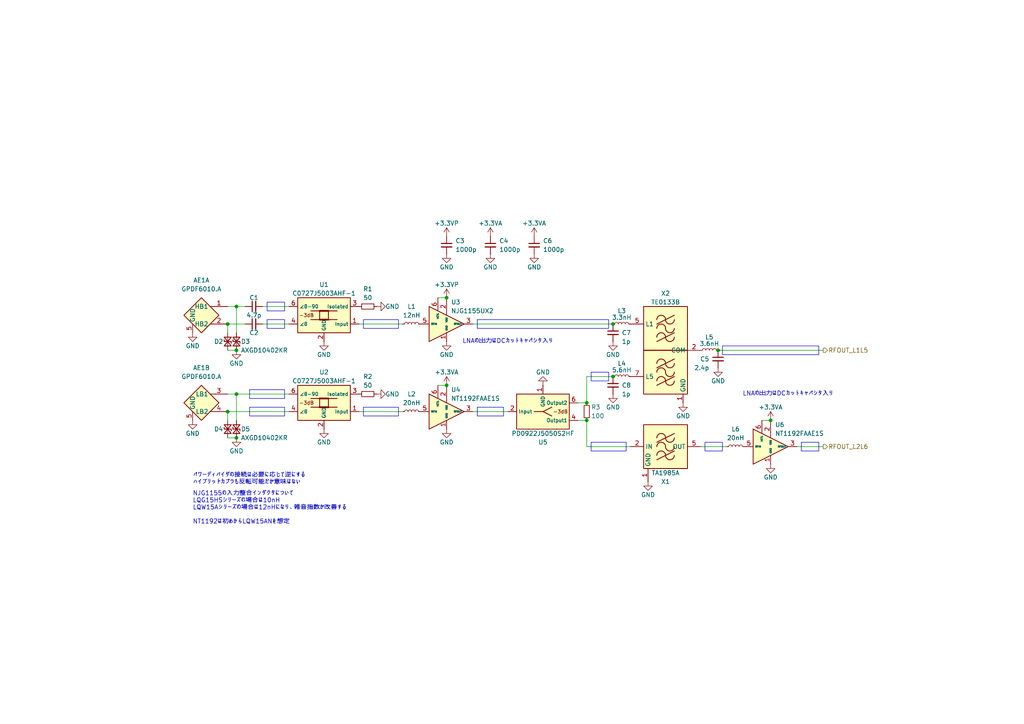
<source format=kicad_sch>
(kicad_sch (version 20231120) (generator "eeschema") (generator_version "8.0")
  (paper "A4")
  (lib_symbols
    (symbol "Device:C_Small" (pin_numbers hide) (pin_names (offset 0.254) hide)
      (property "Reference" "C" (at 0.254 1.778 0))
      (property "Value" "C_Small" (at 0.254 -2.032 0))
      (symbol "C_Small_0_1"
        (polyline (pts (xy -1.524 -0.508) (xy 1.524 -0.508)) (stroke (width 0.3302)))
        (polyline (pts (xy -1.524 0.508) (xy 1.524 0.508)) (stroke (width 0.3048)))
      )
      (symbol "C_Small_1_1"
        (pin passive line (at 0 2.54 270) (length 2.032) (name "~") (number "1"))
        (pin passive line (at 0 -2.54 90) (length 2.032) (name "~") (number "2"))
      )
    )
    (symbol "Device:D_TVS_Small" (pin_numbers hide) (pin_names (offset 1.016) hide)
      (property "Reference" "D" (at 0 2.54 0))
      (property "Value" "D_TVS_Small" (at 0 -2.54 0))
      (symbol "D_TVS_Small_0_1"
        (polyline (pts (xy -1.27 0) (xy 1.27 0)))
        (polyline (pts (xy 0.508 1.016) (xy 0 1.016) (xy 0 -1.016) (xy -0.508 -1.016)) (stroke (width 0.254)))
        (polyline (pts (xy -1.27 1.016) (xy -1.27 -1.016) (xy 1.27 1.016) (xy 1.27 -1.016) (xy -1.27 1.016)) (stroke (width 0.254)))
      )
      (symbol "D_TVS_Small_1_1"
        (pin passive line (at -2.54 0 0) (length 1.27) (name "A1") (number "1"))
        (pin passive line (at 2.54 0 180) (length 1.27) (name "A2") (number "2"))
      )
    )
    (symbol "Device:L_Small" (pin_numbers hide) (pin_names (offset 0.254) hide)
      (property "Reference" "L" (at 0.762 1.016 0))
      (property "Value" "L_Small" (at 0.762 -1.016 0))
      (symbol "L_Small_0_1"
        (arc (start 0 -2.032) (mid 0.5058 -1.524) (end 0 -1.016))
        (arc (start 0 -1.016) (mid 0.5058 -0.508) (end 0 0))
        (arc (start 0 0) (mid 0.5058 0.508) (end 0 1.016))
        (arc (start 0 1.016) (mid 0.5058 1.524) (end 0 2.032))
      )
      (symbol "L_Small_1_1"
        (pin passive line (at 0 2.54 270) (length 0.508) (name "~") (number "1"))
        (pin passive line (at 0 -2.54 90) (length 0.508) (name "~") (number "2"))
      )
    )
    (symbol "Device:R_Small" (pin_numbers hide) (pin_names (offset 0.254) hide)
      (property "Reference" "R" (at 0.762 0.508 0))
      (property "Value" "R_Small" (at 0.762 -1.016 0))
      (symbol "R_Small_0_1"
        (rectangle (start -0.762 1.778) (end 0.762 -1.778) (stroke (width 0.2032)))
      )
      (symbol "R_Small_1_1"
        (pin passive line (at 0 2.54 270) (length 0.762) (name "~") (number "1"))
        (pin passive line (at 0 -2.54 90) (length 0.762) (name "~") (number "2"))
      )
    )
    (symbol "Filter_extlib:TA1985A"
      (property "Reference" "X" (at -5.08 10.16 0))
      (property "Value" "TA1985A" (at -1.27 7.62 0))
      (symbol "TA1985A_1_1"
        (rectangle (start -6.35 6.35) (end 6.35 -6.35) (stroke (width 0.254)) (fill (type background)))
        (arc (start 0 -2.54) (mid -1.27 -1.2755) (end -2.54 -2.54) (stroke (width 0.254)))
        (arc (start 0 -2.54) (mid 1.27 -3.8045) (end 2.54 -2.54) (stroke (width 0.254)))
        (arc (start 0 0) (mid -1.27 1.2645) (end -2.54 0) (stroke (width 0.254)))
        (polyline (pts (xy -2.54 -3.81) (xy 2.54 -1.27)) (stroke (width 0.254)))
        (polyline (pts (xy -2.54 1.27) (xy 2.54 3.81)) (stroke (width 0.254)))
        (arc (start 0 0) (mid 1.27 -1.2645) (end 2.54 0) (stroke (width 0.254)))
        (arc (start 0 2.54) (mid -1.27 3.8045) (end -2.54 2.54) (stroke (width 0.254)))
        (arc (start 0 2.54) (mid 1.27 1.2755) (end 2.54 2.54) (stroke (width 0.254)))
        (pin power_in line (at -5.08 -10.16 90) (length 3.81) (name "GND") (number "1"))
        (pin input line (at -10.16 0 0) (length 3.81) (name "IN") (number "2"))
        (pin passive line (at -5.08 -10.16 90) (length 3.81) hide (name "GND") (number "3"))
        (pin passive line (at -5.08 -10.16 90) (length 3.81) hide (name "GND") (number "4"))
        (pin output line (at 10.16 0 180) (length 3.81) (name "OUT") (number "5"))
        (pin passive line (at -5.08 -10.16 90) (length 3.81) hide (name "GND") (number "6"))
      )
    )
    (symbol "Filter_extlib:TE0133B"
      (property "Reference" "X" (at -5.08 16.51 0))
      (property "Value" "TE0133B" (at -1.27 13.97 0))
      (symbol "TE0133B_1_1"
        (rectangle (start -6.35 0) (end 6.35 -12.7) (stroke (width 0.254)) (fill (type background)))
        (rectangle (start -6.35 12.7) (end 6.35 0) (stroke (width 0.254)) (fill (type background)))
        (arc (start 0 -8.89) (mid -1.27 -7.6255) (end -2.54 -8.89) (stroke (width 0.254)))
        (arc (start 0 -8.89) (mid 1.27 -10.1545) (end 2.54 -8.89) (stroke (width 0.254)))
        (arc (start 0 -6.35) (mid -1.27 -5.0855) (end -2.54 -6.35) (stroke (width 0.254)))
        (arc (start 0 -6.35) (mid 1.27 -7.6145) (end 2.54 -6.35) (stroke (width 0.254)))
        (arc (start 0 -3.81) (mid -1.27 -2.5455) (end -2.54 -3.81) (stroke (width 0.254)))
        (arc (start 0 -3.81) (mid 1.27 -5.0745) (end 2.54 -3.81) (stroke (width 0.254)))
        (polyline (pts (xy -2.54 -10.16) (xy 2.54 -7.62)) (stroke (width 0.254)))
        (polyline (pts (xy -2.54 -5.08) (xy 2.54 -2.54)) (stroke (width 0.254)))
        (polyline (pts (xy -2.54 2.54) (xy 2.54 5.08)) (stroke (width 0.254)))
        (polyline (pts (xy -2.54 7.62) (xy 2.54 10.16)) (stroke (width 0.254)))
        (arc (start 0 3.81) (mid -1.27 5.0745) (end -2.54 3.81) (stroke (width 0.254)))
        (arc (start 0 3.81) (mid 1.27 2.5455) (end 2.54 3.81) (stroke (width 0.254)))
        (arc (start 0 6.35) (mid -1.27 7.6145) (end -2.54 6.35) (stroke (width 0.254)))
        (arc (start 0 6.35) (mid 1.27 5.0855) (end 2.54 6.35) (stroke (width 0.254)))
        (arc (start 0 8.89) (mid -1.27 10.1545) (end -2.54 8.89) (stroke (width 0.254)))
        (arc (start 0 8.89) (mid 1.27 7.6255) (end 2.54 8.89) (stroke (width 0.254)))
        (pin power_in line (at 5.08 -15.24 90) (length 2.54) (name "GND") (number "1"))
        (pin bidirectional line (at 10.16 0 180) (length 3.81) (name "COM") (number "2"))
        (pin passive line (at 5.08 -15.24 90) (length 2.54) hide (name "GND") (number "3"))
        (pin passive line (at 5.08 -15.24 90) (length 2.54) hide (name "GND") (number "4"))
        (pin bidirectional line (at -10.16 7.62 0) (length 3.81) (name "L1") (number "5"))
        (pin passive line (at 5.08 -15.24 90) (length 2.54) hide (name "GND") (number "6"))
        (pin bidirectional line (at -10.16 -7.62 0) (length 3.81) (name "L5") (number "7"))
        (pin passive line (at 5.08 -15.24 90) (length 2.54) hide (name "GND") (number "8"))
      )
    )
    (symbol "RF_Antenna_extlib:GPDF6010.A"
      (property "Reference" "AE" (at 0 10.16 0))
      (property "Value" "GPDF6010.A" (at 0 7.62 0))
      (symbol "GPDF6010.A_0_1"
        (polyline (pts (xy 5.08 0) (xy 0 -5.08) (xy -5.08 0) (xy 0 5.08) (xy 5.08 0)) (stroke (width 0.254)) (fill (type background)))
      )
      (symbol "GPDF6010.A_1_1"
        (pin passive line (at 7.62 2.54 180) (length 5.08) (name "HB1") (number "1"))
        (pin passive line (at 7.62 -2.54 180) (length 5.08) (name "HB2") (number "2"))
        (pin passive line (at -2.54 -5.08 90) (length 2.54) (name "GND") (number "5"))
      )
      (symbol "GPDF6010.A_2_1"
        (pin passive line (at 7.62 2.54 180) (length 5.08) (name "LB1") (number "3"))
        (pin passive line (at 7.62 -2.54 180) (length 5.08) (name "LB2") (number "4"))
        (pin passive line (at -2.54 -5.08 90) (length 2.54) (name "GND") (number "5"))
      )
    )
    (symbol "RF_Converter_extlib:C0727J5003AHF-1"
      (property "Reference" "U" (at -6.35 6.35 0))
      (property "Value" "C0727J5003AHF-1" (at 5.08 6.35 0))
      (symbol "C0727J5003AHF-1_0_1"
        (rectangle (start -7.62 5.08) (end 7.62 -5.08) (stroke (width 0.254)) (fill (type background)))
      )
      (symbol "C0727J5003AHF-1_1_1"
        (polyline (pts (xy -1.27 -1.27) (xy 1.27 -1.27)) (stroke (width 0.508)))
        (polyline (pts (xy -1.27 1.27) (xy 1.27 1.27)) (stroke (width 0.508)))
        (polyline (pts (xy -3.81 -1.27) (xy -1.27 -1.27) (xy -1.27 1.27) (xy -3.81 1.27)) (stroke (width 0.254)))
        (polyline (pts (xy 3.81 1.27) (xy 1.27 1.27) (xy 1.27 -1.27) (xy 3.81 -1.27)) (stroke (width 0.254)))
        (text "-3dB" (at 5.08 0 0) (effects (font (size 1.016 1.016))))
        (pin input line (at -10.16 -2.54 0) (length 2.54) (name "Input") (number "1"))
        (pin power_in line (at 0 -7.62 90) (length 2.54) (name "GND") (number "2"))
        (pin output line (at -10.16 2.54 0) (length 2.54) (name "Isolated") (number "3"))
        (pin output line (at 10.16 -2.54 180) (length 2.54) (name "∠θ") (number "4"))
        (pin passive line (at 0 -7.62 90) (length 2.54) hide (name "GND") (number "5"))
        (pin output line (at 10.16 2.54 180) (length 2.54) (name "∠θ-90") (number "6"))
      )
    )
    (symbol "RF_Converter_extlib:PD0922J5050S2HF"
      (property "Reference" "U" (at -6.35 6.35 0))
      (property "Value" "PD0922J5050S2HF" (at 5.08 6.35 0))
      (symbol "PD0922J5050S2HF_0_1"
        (rectangle (start -7.62 5.08) (end 7.62 -5.08) (stroke (width 0.254)) (fill (type background)))
        (polyline (pts (xy -2.54 0) (xy 0 0)) (stroke (width 0.254)))
        (polyline (pts (xy 0 0) (xy 2.54 -1.27)) (stroke (width 0.254)))
        (polyline (pts (xy 0 0) (xy 2.54 1.27)) (stroke (width 0.254)))
      )
      (symbol "PD0922J5050S2HF_1_1"
        (text "-3dB" (at 5.08 0 0) (effects (font (size 1.016 1.016))))
        (pin power_in line (at 0 -7.62 90) (length 2.54) (name "GND") (number "1"))
        (pin input line (at -10.16 0 0) (length 2.54) (name "Input") (number "2"))
        (pin passive line (at 0 -7.62 90) (length 2.54) hide (name "GND") (number "3"))
        (pin output line (at 10.16 2.54 180) (length 2.54) (name "Output1") (number "4"))
        (pin passive line (at 0 -7.62 90) (length 2.54) hide (name "GND") (number "5"))
        (pin output line (at 10.16 -2.54 180) (length 2.54) (name "Output2") (number "6"))
      )
    )
    (symbol "RF_LNA_extlib:NJG1155UX2"
      (property "Reference" "U" (at 6.35 2.54 0))
      (property "Value" "NJG1155UX2" (at 12.7 -2.54 0))
      (symbol "NJG1155UX2_0_0"
        (pin output line (at 10.16 0 180) (length 2.54) (name "RFOUT") (number "3"))
        (pin input line (at -5.08 0 0) (length 2.54) (name "RFIN") (number "5"))
      )
      (symbol "NJG1155UX2_0_1"
        (polyline (pts (xy -2.54 5.08) (xy -2.54 -2.54) (xy -2.54 -5.08) (xy 7.62 0) (xy -2.54 5.08)) (stroke (width 0.254)) (fill (type background)))
      )
      (symbol "NJG1155UX2_1_0"
        (pin power_in line (at 2.54 -5.08 90) (length 2.54) (name "GND") (number "1"))
        (pin power_in line (at 2.54 7.62 270) (length 5.08) (name "VDD") (number "2"))
        (pin passive line (at 2.54 -5.08 90) (length 2.54) hide (name "GND") (number "4"))
        (pin input line (at 0 7.62 270) (length 3.81) (name "VCTL") (number "6"))
      )
    )
    (symbol "RF_LNA_extlib:NT1192FAAE1S"
      (property "Reference" "U" (at 6.35 2.54 0))
      (property "Value" "NT1192FAAE1S" (at 12.7 -2.54 0))
      (symbol "NT1192FAAE1S_0_0"
        (pin output line (at 10.16 0 180) (length 2.54) (name "RFOUT") (number "3"))
        (pin input line (at -5.08 0 0) (length 2.54) (name "RFIN") (number "5"))
      )
      (symbol "NT1192FAAE1S_0_1"
        (polyline (pts (xy -2.54 5.08) (xy -2.54 -2.54) (xy -2.54 -5.08) (xy 7.62 0) (xy -2.54 5.08)) (stroke (width 0.254)) (fill (type background)))
      )
      (symbol "NT1192FAAE1S_1_0"
        (pin power_in line (at 2.54 -5.08 90) (length 2.54) (name "GND") (number "1"))
        (pin power_in line (at 2.54 7.62 270) (length 5.08) (name "VDD") (number "2"))
        (pin passive line (at 2.54 -5.08 90) (length 2.54) hide (name "GND") (number "4"))
        (pin input line (at 0 7.62 270) (length 3.81) (name "VCTL") (number "6"))
      )
    )
    (symbol "power:+3.3VA" (power) (pin_numbers hide) (pin_names (offset 0) hide)
      (property "Value" "+3.3VA" (at 0 3.556 0))
      (symbol "+3.3VA_0_1"
        (polyline (pts (xy -0.762 1.27) (xy 0 2.54)))
        (polyline (pts (xy 0 0) (xy 0 2.54)))
        (polyline (pts (xy 0 2.54) (xy 0.762 1.27)))
      )
      (symbol "+3.3VA_1_1"
        (pin power_in line (at 0 0 90) (length 0) (name "~") (number "1"))
      )
    )
    (symbol "power:+3.3VP" (power) (pin_numbers hide) (pin_names (offset 0) hide)
      (property "Value" "+3.3VP" (at 0 3.556 0))
      (symbol "+3.3VP_0_0"
        (pin power_in line (at 0 0 90) (length 0) (name "~") (number "1"))
      )
      (symbol "+3.3VP_0_1"
        (polyline (pts (xy -0.762 1.27) (xy 0 2.54)))
        (polyline (pts (xy 0 0) (xy 0 2.54)))
        (polyline (pts (xy 0 2.54) (xy 0.762 1.27)))
      )
    )
    (symbol "power:GND" (power) (pin_numbers hide) (pin_names (offset 0) hide)
      (property "Value" "GND" (at 0 -3.81 0))
      (symbol "GND_0_1"
        (polyline (pts (xy 0 0) (xy 0 -1.27) (xy 1.27 -1.27) (xy 0 -2.54) (xy -1.27 -1.27) (xy 0 -1.27)))
      )
      (symbol "GND_1_1"
        (pin power_in line (at 0 0 270) (length 0) (name "~") (number "1"))
      )
    )
  )
  (junction (at 177.8 93.98))
  (junction (at 68.58 127))
  (junction (at 68.58 101.6))
  (junction (at 129.54 86.36))
  (junction (at 66.04 119.38))
  (junction (at 68.58 88.9))
  (junction (at 170.18 116.84))
  (junction (at 223.52 121.92))
  (junction (at 208.28 101.6))
  (junction (at 66.04 93.98))
  (junction (at 177.8 109.22))
  (junction (at 68.58 114.3))
  (junction (at 170.18 121.92))
  (junction (at 129.54 111.76))
  (wire (pts (xy 137.16 93.98) (xy 177.8 93.98)))
  (wire (pts (xy 66.04 119.38) (xy 83.82 119.38)))
  (wire (pts (xy 137.16 119.38) (xy 147.32 119.38)))
  (wire (pts (xy 104.14 119.38) (xy 116.84 119.38)))
  (wire (pts (xy 170.18 129.54) (xy 170.18 121.92)))
  (wire (pts (xy 127 86.36) (xy 129.54 86.36)))
  (wire (pts (xy 203.2 129.54) (xy 210.82 129.54)))
  (wire (pts (xy 68.58 114.3) (xy 68.58 121.92)))
  (wire (pts (xy 68.58 88.9) (xy 71.12 88.9)))
  (wire (pts (xy 208.28 101.6) (xy 238.76 101.6)))
  (wire (pts (xy 66.04 127) (xy 68.58 127)))
  (wire (pts (xy 66.04 88.9) (xy 68.58 88.9)))
  (wire (pts (xy 167.64 121.92) (xy 170.18 121.92)))
  (wire (pts (xy 170.18 109.22) (xy 177.8 109.22)))
  (wire (pts (xy 68.58 114.3) (xy 83.82 114.3)))
  (wire (pts (xy 170.18 116.84) (xy 170.18 109.22)))
  (wire (pts (xy 167.64 116.84) (xy 170.18 116.84)))
  (wire (pts (xy 127 111.76) (xy 129.54 111.76)))
  (wire (pts (xy 66.04 93.98) (xy 71.12 93.98)))
  (wire (pts (xy 76.2 88.9) (xy 83.82 88.9)))
  (wire (pts (xy 104.14 93.98) (xy 116.84 93.98)))
  (wire (pts (xy 76.2 93.98) (xy 83.82 93.98)))
  (wire (pts (xy 220.98 121.92) (xy 223.52 121.92)))
  (wire (pts (xy 66.04 101.6) (xy 68.58 101.6)))
  (wire (pts (xy 231.14 129.54) (xy 238.76 129.54)))
  (wire (pts (xy 66.04 114.3) (xy 68.58 114.3)))
  (wire (pts (xy 66.04 119.38) (xy 66.04 121.92)))
  (wire (pts (xy 182.88 129.54) (xy 170.18 129.54)))
  (wire (pts (xy 68.58 88.9) (xy 68.58 96.52)))
  (wire (pts (xy 66.04 93.98) (xy 66.04 96.52)))
  (rectangle (start 204.47 128.27) (end 209.55 130.81))
  (rectangle (start 138.43 118.11) (end 146.05 120.65))
  (rectangle (start 232.41 128.27) (end 237.49 130.81))
  (rectangle (start 171.45 107.95) (end 176.53 110.49))
  (rectangle (start 105.41 92.71) (end 115.57 95.25))
  (rectangle (start 72.39 113.03) (end 82.55 115.57))
  (rectangle (start 209.55 100.33) (end 237.49 102.87))
  (rectangle (start 138.43 92.71) (end 176.53 95.25))
  (rectangle (start 72.39 118.11) (end 82.55 120.65))
  (rectangle (start 77.47 92.71) (end 82.55 95.25))
  (rectangle (start 77.47 87.63) (end 82.55 90.17))
  (rectangle (start 171.45 128.27) (end 181.61 130.81))
  (rectangle (start 105.41 118.11) (end 115.57 120.65))
  (text "NJG1155の入力整合インダクタについて\nLQG15HSシリーズの場合は10nH\nLQW15Aシリーズの場合は12nHになり、雑音指数が改善する\n\nNT1192は初めからLQW15ANを想定" (at 55.88 147.32 0) (effects (font (size 1.27 1.27)) (justify left)))
  (text "LNAの出力はDCカットキャパシタ入り" (at 228.6 114.3 0) (effects (font (size 1.27 1.27))))
  (text "パワーディバイダの接続は必要に応じて逆にする\nハイブリッドカプラも反転可能だが意味はない" (at 55.88 137.16 0) (effects (font (size 1.27 1.27)) (justify left top)))
  (text "LNAの出力はDCカットキャパシタ入り" (at 147.32 99.06 0) (effects (font (size 1.27 1.27))))
  (hierarchical_label "RFOUT_L1L5" (shape output) (at 238.76 101.6 0))
  (hierarchical_label "RFOUT_L2L6" (shape output) (at 238.76 129.54 0))
  (symbol (lib_id "Device:R_Small") (at 170.18 119.38 0) (unit 1)
    (property "Reference" "R3" (at 171.45 118.11 0) (effects (justify left)))
    (property "Value" "100" (at 171.45 120.65 0) (effects (justify left)))
    (property "Footprint" "Resistor_SMD_extlib:R_Vishay_FC0603xxxxxxTxx_0603_1608Metric_1.626x0.813mm" (effects (hide yes)))
    (property "Description" "Resistor, small symbol" (effects (hide yes)))
  )
  (symbol (lib_id "Device:L_Small") (at 213.36 129.54 90) (unit 1)
    (property "Reference" "L6" (at 213.36 124.46 90))
    (property "Value" "20nH" (at 213.36 127 90))
    (property "Footprint" "Inductor_SMD_extlib:L_Murata_LQW15ANxxxx80x_0402_1005Metric_1.0x0.6mm" (effects (hide yes)))
    (property "Description" "Inductor, small symbol" (effects (hide yes)))
  )
  (symbol (lib_id "Device:L_Small") (at 119.38 119.38 90) (unit 1)
    (property "Reference" "L2" (at 119.38 114.3 90))
    (property "Value" "20nH" (at 119.38 116.84 90))
    (property "Footprint" "Inductor_SMD_extlib:L_Murata_LQW15ANxxxx80x_0402_1005Metric_1.0x0.6mm" (effects (hide yes)))
    (property "Description" "Inductor, small symbol" (effects (hide yes)))
  )
  (symbol (lib_id "power:GND") (at 187.96 139.7 0) (unit 1)
    (property "Reference" "#PWR015" (effects (hide yes)))
    (property "Value" "GND" (at 187.96 143.51 0))
    (property "Description" "Power symbol creates a global label with name \"GND\" , ground" (effects (hide yes)))
  )
  (symbol (lib_id "RF_Antenna_extlib:GPDF6010.A") (at 58.42 116.84 0) (unit 2)
    (property "Reference" "AE1" (at 58.42 106.68 0))
    (property "Value" "GPDF6010.A" (at 58.42 109.22 0))
    (property "Footprint" "RF_Antenna_extlib:Taoglas_GPDF6010.A_GNSS" (effects (hide yes)))
    (property "Datasheet" "https://www.taoglas.com/datasheets/GPDF6010.A.pdf" (effects (hide yes)))
    (property "Description" "Passive All-band High Precision GNSS Stacked Dual Pin Dual Feed Patch Antenna" (effects (hide yes)))
  )
  (symbol (lib_id "power:+3.3VA") (at 154.94 68.58 0) (unit 1)
    (property "Reference" "#PWR022" (effects (hide yes)))
    (property "Value" "+3.3VA" (at 154.94 64.77 0))
    (property "Description" "Power symbol creates a global label with name \"+3.3VA\"" (effects (hide yes)))
  )
  (symbol (lib_id "Device:L_Small") (at 180.34 109.22 90) (unit 1)
    (property "Reference" "L4" (at 180.34 105.41 90))
    (property "Value" "5.6nH" (at 180.34 107.315 90))
    (property "Footprint" "Inductor_SMD_extlib:L_Murata_LQW15ANxxxx80x_0402_1005Metric_1.0x0.6mm" (effects (hide yes)))
    (property "Description" "Inductor, small symbol" (effects (hide yes)))
  )
  (symbol (lib_id "Device:D_TVS_Small") (at 66.04 124.46 270) (unit 1)
    (property "Reference" "D4" (at 64.77 124.46 90) (effects (justify right)))
    (property "Value" "AXGD10402KR" (effects (hide yes)))
    (property "Footprint" "Diode_SMD_extlib:D_Littelfuse_AXGD10402KR_0402_1005Metric_1.02x0.51mm" (effects (hide yes)))
    (property "Description" "Bidirectional transient-voltage-suppression diode, small symbol" (effects (hide yes)))
  )
  (symbol (lib_id "Device:L_Small") (at 180.34 93.98 90) (unit 1)
    (property "Reference" "L3" (at 180.34 90.17 90))
    (property "Value" "3.3nH" (at 180.34 92.075 90))
    (property "Footprint" "Inductor_SMD_extlib:L_Murata_LQW15ANxxxx80x_0402_1005Metric_1.0x0.6mm" (effects (hide yes)))
    (property "Description" "Inductor, small symbol" (effects (hide yes)))
  )
  (symbol (lib_id "power:GND") (at 93.98 99.06 0) (unit 1)
    (property "Reference" "#PWR02" (effects (hide yes)))
    (property "Value" "GND" (at 93.98 102.87 0))
    (property "Description" "Power symbol creates a global label with name \"GND\" , ground" (effects (hide yes)))
  )
  (symbol (lib_id "RF_Converter_extlib:PD0922J5050S2HF") (at 157.48 119.38 0) (mirror x) (unit 1)
    (property "Reference" "U5" (at 157.48 128.27 0))
    (property "Value" "PD0922J5050S2HF" (at 157.48 125.73 0))
    (property "Footprint" "RF_Converter_extlib:Xinger_0805_2012Metric-6_Pad0.33x0.41mm" (effects (hide yes)))
    (property "Datasheet" "https://cdn.ttm.com/repository/products/wireless-xinger/power-dividers/PD0922J5050S2HF/PD0922J5050S2HF.pdf" (effects (hide yes)))
    (property "Description" "0.95-2.15GHz Wilkinson Power Divider, Xinger 0805" (effects (hide yes)))
  )
  (symbol (lib_id "Device:D_TVS_Small") (at 68.58 99.06 90) (unit 1)
    (property "Reference" "D3" (at 69.85 99.06 90) (effects (justify right)))
    (property "Value" "AXGD10402KR" (at 69.85 101.6 90) (effects (justify right)))
    (property "Footprint" "Diode_SMD_extlib:D_Littelfuse_AXGD10402KR_0402_1005Metric_1.02x0.51mm" (effects (hide yes)))
    (property "Description" "Bidirectional transient-voltage-suppression diode, small symbol" (effects (hide yes)))
  )
  (symbol (lib_id "power:GND") (at 208.28 106.68 0) (unit 1)
    (property "Reference" "#PWR019" (effects (hide yes)))
    (property "Value" "GND" (at 208.28 110.49 0))
    (property "Description" "Power symbol creates a global label with name \"GND\" , ground" (effects (hide yes)))
  )
  (symbol (lib_id "power:GND") (at 177.8 99.06 0) (unit 1)
    (property "Reference" "#PWR018" (effects (hide yes)))
    (property "Value" "GND" (at 177.8 102.87 0))
    (property "Description" "Power symbol creates a global label with name \"GND\" , ground" (effects (hide yes)))
  )
  (symbol (lib_id "power:GND") (at 177.8 114.3 0) (unit 1)
    (property "Reference" "#PWR017" (effects (hide yes)))
    (property "Value" "GND" (at 177.8 118.11 0))
    (property "Description" "Power symbol creates a global label with name \"GND\" , ground" (effects (hide yes)))
  )
  (symbol (lib_id "power:GND") (at 142.24 73.66 0) (unit 1)
    (property "Reference" "#PWR011" (effects (hide yes)))
    (property "Value" "GND" (at 142.24 77.47 0))
    (property "Description" "Power symbol creates a global label with name \"GND\" , ground" (effects (hide yes)))
  )
  (symbol (lib_id "power:GND") (at 55.88 121.92 0) (unit 1)
    (property "Reference" "#PWR031" (effects (hide yes)))
    (property "Value" "GND" (at 55.88 125.73 0))
    (property "Description" "Power symbol creates a global label with name \"GND\" , ground" (effects (hide yes)))
  )
  (symbol (lib_id "Device:C_Small") (at 73.66 93.98 90) (mirror x) (unit 1)
    (property "Reference" "C2" (at 73.66 96.52 90))
    (property "Value" "4.7p" (at 73.66 91.44 90))
    (property "Footprint" "Capacitor_SMD_extlib:C_Murata_xxx15_0402_1005Metric_1.0x0.5mm" (effects (hide yes)))
    (property "Description" "Unpolarized capacitor, small symbol" (effects (hide yes)))
  )
  (symbol (lib_id "power:+3.3VP") (at 129.54 86.36 0) (unit 1)
    (property "Reference" "#PWR041" (effects (hide yes)))
    (property "Value" "+3.3VP" (at 129.54 82.55 0))
    (property "Description" "Power symbol creates a global label with name \"+3.3VP\"" (effects (hide yes)))
  )
  (symbol (lib_id "power:GND") (at 68.58 127 0) (unit 1)
    (property "Reference" "#PWR042" (effects (hide yes)))
    (property "Value" "GND" (at 68.58 130.81 0))
    (property "Description" "Power symbol creates a global label with name \"GND\" , ground" (effects (hide yes)))
  )
  (symbol (lib_id "Device:L_Small") (at 119.38 93.98 90) (unit 1)
    (property "Reference" "L1" (at 119.38 88.9 90))
    (property "Value" "12nH" (at 119.38 91.44 90))
    (property "Footprint" "Inductor_SMD_extlib:L_Murata_LQW15ANxxxx80x_0402_1005Metric_1.0x0.6mm" (effects (hide yes)))
    (property "Description" "Inductor, small symbol" (effects (hide yes)))
  )
  (symbol (lib_id "Device:C_Small") (at 177.8 96.52 0) (unit 1)
    (property "Reference" "C7" (at 180.34 96.52 0) (effects (justify left)))
    (property "Value" "1p" (at 180.34 99.06 0) (effects (justify left)))
    (property "Footprint" "Capacitor_SMD_extlib:C_Murata_xxx15_0402_1005Metric_1.0x0.5mm" (effects (hide yes)))
    (property "Description" "Unpolarized capacitor, small symbol" (effects (hide yes)))
  )
  (symbol (lib_id "Device:D_TVS_Small") (at 68.58 124.46 90) (unit 1)
    (property "Reference" "D5" (at 69.85 124.46 90) (effects (justify right)))
    (property "Value" "AXGD10402KR" (at 69.85 127 90) (effects (justify right)))
    (property "Footprint" "Diode_SMD_extlib:D_Littelfuse_AXGD10402KR_0402_1005Metric_1.02x0.51mm" (effects (hide yes)))
    (property "Description" "Bidirectional transient-voltage-suppression diode, small symbol" (effects (hide yes)))
  )
  (symbol (lib_id "Device:L_Small") (at 205.74 101.6 90) (unit 1)
    (property "Reference" "L5" (at 205.74 97.79 90))
    (property "Value" "3.6nH" (at 205.74 99.695 90))
    (property "Footprint" "Inductor_SMD_extlib:L_Murata_LQW15ANxxxx80x_0402_1005Metric_1.0x0.6mm" (effects (hide yes)))
    (property "Description" "Inductor, small symbol" (effects (hide yes)))
  )
  (symbol (lib_id "power:GND") (at 68.58 101.6 0) (unit 1)
    (property "Reference" "#PWR032" (effects (hide yes)))
    (property "Value" "GND" (at 68.58 105.41 0))
    (property "Description" "Power symbol creates a global label with name \"GND\" , ground" (effects (hide yes)))
  )
  (symbol (lib_id "Device:C_Small") (at 208.28 104.14 0) (mirror y) (unit 1)
    (property "Reference" "C5" (at 205.74 104.14 0) (effects (justify left)))
    (property "Value" "2.4p" (at 205.74 106.68 0) (effects (justify left)))
    (property "Footprint" "Capacitor_SMD_extlib:C_Murata_xxx15_0402_1005Metric_1.0x0.5mm" (effects (hide yes)))
    (property "Description" "Unpolarized capacitor, small symbol" (effects (hide yes)))
  )
  (symbol (lib_id "power:GND") (at 129.54 73.66 0) (unit 1)
    (property "Reference" "#PWR09" (effects (hide yes)))
    (property "Value" "GND" (at 129.54 77.47 0))
    (property "Description" "Power symbol creates a global label with name \"GND\" , ground" (effects (hide yes)))
  )
  (symbol (lib_id "power:GND") (at 55.88 96.52 0) (unit 1)
    (property "Reference" "#PWR01" (effects (hide yes)))
    (property "Value" "GND" (at 55.88 100.33 0))
    (property "Description" "Power symbol creates a global label with name \"GND\" , ground" (effects (hide yes)))
  )
  (symbol (lib_id "Filter_extlib:TE0133B") (at 193.04 101.6 0) (unit 1)
    (property "Reference" "X2" (at 193.04 85.09 0))
    (property "Value" "TE0133B" (at 193.04 87.63 0))
    (property "Footprint" "Filter_extlib:Filter_SAW-8_3.0x3.0mm" (effects (hide yes)))
    (property "Datasheet" "https://www.taisaw.com/assets/PDF/TE0133B%20_Rev.1.0_.pdf" (effects (hide yes)))
    (property "Description" "RF Diplexer, 1189/1582.5MHz, SAW diplexer 8-pin" (effects (hide yes)))
  )
  (symbol (lib_id "Device:D_TVS_Small") (at 66.04 99.06 270) (unit 1)
    (property "Reference" "D2" (at 64.77 99.06 90) (effects (justify right)))
    (property "Value" "AXGD10402KR" (effects (hide yes)))
    (property "Footprint" "Diode_SMD_extlib:D_Littelfuse_AXGD10402KR_0402_1005Metric_1.02x0.51mm" (effects (hide yes)))
    (property "Description" "Bidirectional transient-voltage-suppression diode, small symbol" (effects (hide yes)))
  )
  (symbol (lib_id "power:GND") (at 93.98 124.46 0) (unit 1)
    (property "Reference" "#PWR03" (effects (hide yes)))
    (property "Value" "GND" (at 93.98 128.27 0))
    (property "Description" "Power symbol creates a global label with name \"GND\" , ground" (effects (hide yes)))
  )
  (symbol (lib_id "RF_LNA_extlib:NT1192FAAE1S") (at 220.98 129.54 0) (unit 1)
    (property "Reference" "U6" (at 224.79 123.19 0) (effects (justify left)))
    (property "Value" "NT1192FAAE1S" (at 224.79 125.73 0) (effects (justify left)))
    (property "Footprint" "RF_LNA_extlib:Nisshinbo_EPFFP-6-FA" (effects (hide yes)))
    (property "Datasheet" "https://www.nisshinbo-microdevices.co.jp/ja/pdf/datasheet/nt1192faae1s-ja.pdf" (effects (hide yes)))
    (property "Description" "1.2 GHz band GNSS Low Noise Amplifier" (effects (hide yes)))
  )
  (symbol (lib_id "power:GND") (at 129.54 124.46 0) (unit 1)
    (property "Reference" "#PWR013" (effects (hide yes)))
    (property "Value" "GND" (at 129.54 128.27 0))
    (property "Description" "Power symbol creates a global label with name \"GND\" , ground" (effects (hide yes)))
  )
  (symbol (lib_id "power:+3.3VA") (at 129.54 111.76 0) (unit 1)
    (property "Reference" "#PWR012" (effects (hide yes)))
    (property "Value" "+3.3VA" (at 129.54 107.95 0))
    (property "Description" "Power symbol creates a global label with name \"+3.3VA\"" (effects (hide yes)))
  )
  (symbol (lib_id "Device:C_Small") (at 142.24 71.12 0) (unit 1)
    (property "Reference" "C4" (at 144.78 69.85 0) (effects (justify left)))
    (property "Value" "1000p" (at 144.78 72.39 0) (effects (justify left)))
    (property "Footprint" "Capacitor_SMD_extlib:C_Murata_xxx15_0402_1005Metric_1.0x0.5mm" (effects (hide yes)))
    (property "Description" "Unpolarized capacitor, small symbol" (effects (hide yes)))
  )
  (symbol (lib_id "power:+3.3VA") (at 142.24 68.58 0) (unit 1)
    (property "Reference" "#PWR010" (effects (hide yes)))
    (property "Value" "+3.3VA" (at 142.24 64.77 0))
    (property "Description" "Power symbol creates a global label with name \"+3.3VA\"" (effects (hide yes)))
  )
  (symbol (lib_id "power:GND") (at 154.94 73.66 0) (unit 1)
    (property "Reference" "#PWR023" (effects (hide yes)))
    (property "Value" "GND" (at 154.94 77.47 0))
    (property "Description" "Power symbol creates a global label with name \"GND\" , ground" (effects (hide yes)))
  )
  (symbol (lib_id "power:GND") (at 109.22 88.9 90) (unit 1)
    (property "Reference" "#PWR04" (effects (hide yes)))
    (property "Value" "GND" (at 111.76 88.9 90) (effects (justify right)))
    (property "Description" "Power symbol creates a global label with name \"GND\" , ground" (effects (hide yes)))
  )
  (symbol (lib_id "Filter_extlib:TA1985A") (at 193.04 129.54 0) (unit 1)
    (property "Reference" "X1" (at 193.04 139.7 0))
    (property "Value" "TA1985A" (at 193.04 137.16 0))
    (property "Footprint" "Filter_extlib:Filter_SAW-6_3.0x3.0mm" (effects (hide yes)))
    (property "Datasheet" "https://www.taisaw.com/assets/PDF/TA1985A%20_Rev.1.0_.pdf" (effects (hide yes)))
    (property "Description" "Bandpass Filter, 1260MHz, SAW filter 6-pin" (effects (hide yes)))
  )
  (symbol (lib_id "Device:C_Small") (at 129.54 71.12 0) (unit 1)
    (property "Reference" "C3" (at 132.08 69.85 0) (effects (justify left)))
    (property "Value" "1000p" (at 132.08 72.39 0) (effects (justify left)))
    (property "Footprint" "Capacitor_SMD_extlib:C_Murata_xxx15_0402_1005Metric_1.0x0.5mm" (effects (hide yes)))
    (property "Description" "Unpolarized capacitor, small symbol" (effects (hide yes)))
  )
  (symbol (lib_id "RF_Antenna_extlib:GPDF6010.A") (at 58.42 91.44 0) (unit 1)
    (property "Reference" "AE1" (at 58.42 81.28 0))
    (property "Value" "GPDF6010.A" (at 58.42 83.82 0))
    (property "Footprint" "RF_Antenna_extlib:Taoglas_GPDF6010.A_GNSS" (effects (hide yes)))
    (property "Datasheet" "https://www.taoglas.com/datasheets/GPDF6010.A.pdf" (effects (hide yes)))
    (property "Description" "Passive All-band High Precision GNSS Stacked Dual Pin Dual Feed Patch Antenna" (effects (hide yes)))
  )
  (symbol (lib_id "power:GND") (at 109.22 114.3 90) (unit 1)
    (property "Reference" "#PWR05" (effects (hide yes)))
    (property "Value" "GND" (at 111.76 114.3 90) (effects (justify right)))
    (property "Description" "Power symbol creates a global label with name \"GND\" , ground" (effects (hide yes)))
  )
  (symbol (lib_id "power:+3.3VA") (at 223.52 121.92 0) (unit 1)
    (property "Reference" "#PWR020" (effects (hide yes)))
    (property "Value" "+3.3VA" (at 223.52 118.11 0))
    (property "Description" "Power symbol creates a global label with name \"+3.3VA\"" (effects (hide yes)))
  )
  (symbol (lib_id "RF_Converter_extlib:C0727J5003AHF-1") (at 93.98 91.44 0) (mirror y) (unit 1)
    (property "Reference" "U1" (at 93.98 82.55 0))
    (property "Value" "C0727J5003AHF-1" (at 93.98 85.09 0))
    (property "Footprint" "RF_Converter_extlib:Xinger_0805_2012Metric-6_Pad0.33x0.35mm" (effects (hide yes)))
    (property "Datasheet" "https://cdn.ttm.com/repository/products/wireless-xinger/3db-hybrid-couplers/C0727J5003AHF/C0727J5003AHF.pdf" (effects (hide yes)))
    (property "Description" "0.70-2.70GHz 3dB 90deg Hybrid Coupler, Xinger 0805" (effects (hide yes)))
  )
  (symbol (lib_id "power:GND") (at 198.12 116.84 0) (unit 1)
    (property "Reference" "#PWR016" (effects (hide yes)))
    (property "Value" "GND" (at 198.12 120.65 0))
    (property "Description" "Power symbol creates a global label with name \"GND\" , ground" (effects (hide yes)))
  )
  (symbol (lib_id "RF_LNA_extlib:NT1192FAAE1S") (at 127 119.38 0) (unit 1)
    (property "Reference" "U4" (at 130.81 113.03 0) (effects (justify left)))
    (property "Value" "NT1192FAAE1S" (at 130.81 115.57 0) (effects (justify left)))
    (property "Footprint" "RF_LNA_extlib:Nisshinbo_EPFFP-6-FA" (effects (hide yes)))
    (property "Datasheet" "https://www.nisshinbo-microdevices.co.jp/ja/pdf/datasheet/nt1192faae1s-ja.pdf" (effects (hide yes)))
    (property "Description" "1.2 GHz band GNSS Low Noise Amplifier" (effects (hide yes)))
  )
  (symbol (lib_id "RF_LNA_extlib:NJG1155UX2") (at 127 93.98 0) (unit 1)
    (property "Reference" "U3" (at 130.81 87.63 0) (effects (justify left)))
    (property "Value" "NJG1155UX2" (at 130.81 90.17 0) (effects (justify left)))
    (property "Footprint" "RF_LNA_extlib:Nisshinbo_EPFFP-6-FA" (effects (hide yes)))
    (property "Datasheet" "https://www.nisshinbo-microdevices.co.jp/ja/pdf/datasheet/NJG1155UX2_J.pdf" (effects (hide yes)))
    (property "Description" "1.5 GHz band GNSS Low Noise Amplifier GaAs MMIC" (effects (hide yes)))
  )
  (symbol (lib_id "power:GND") (at 157.48 111.76 180) (unit 1)
    (property "Reference" "#PWR014" (effects (hide yes)))
    (property "Value" "GND" (at 157.48 107.95 0))
    (property "Description" "Power symbol creates a global label with name \"GND\" , ground" (effects (hide yes)))
  )
  (symbol (lib_id "power:GND") (at 223.52 134.62 0) (unit 1)
    (property "Reference" "#PWR021" (effects (hide yes)))
    (property "Value" "GND" (at 223.52 138.43 0))
    (property "Description" "Power symbol creates a global label with name \"GND\" , ground" (effects (hide yes)))
  )
  (symbol (lib_id "RF_Converter_extlib:C0727J5003AHF-1") (at 93.98 116.84 0) (mirror y) (unit 1)
    (property "Reference" "U2" (at 93.98 107.95 0))
    (property "Value" "C0727J5003AHF-1" (at 93.98 110.49 0))
    (property "Footprint" "RF_Converter_extlib:Xinger_0805_2012Metric-6_Pad0.33x0.35mm" (effects (hide yes)))
    (property "Datasheet" "https://cdn.ttm.com/repository/products/wireless-xinger/3db-hybrid-couplers/C0727J5003AHF/C0727J5003AHF.pdf" (effects (hide yes)))
    (property "Description" "0.70-2.70GHz 3dB 90deg Hybrid Coupler, Xinger 0805" (effects (hide yes)))
  )
  (symbol (lib_id "Device:C_Small") (at 154.94 71.12 0) (unit 1)
    (property "Reference" "C6" (at 157.48 69.85 0) (effects (justify left)))
    (property "Value" "1000p" (at 157.48 72.39 0) (effects (justify left)))
    (property "Footprint" "Capacitor_SMD_extlib:C_Murata_xxx15_0402_1005Metric_1.0x0.5mm" (effects (hide yes)))
    (property "Description" "Unpolarized capacitor, small symbol" (effects (hide yes)))
  )
  (symbol (lib_id "power:+3.3VP") (at 129.54 68.58 0) (unit 1)
    (property "Reference" "#PWR07" (effects (hide yes)))
    (property "Value" "+3.3VP" (at 129.54 64.77 0))
    (property "Description" "Power symbol creates a global label with name \"+3.3VP\"" (effects (hide yes)))
  )
  (symbol (lib_id "Device:C_Small") (at 73.66 88.9 90) (unit 1)
    (property "Reference" "C1" (at 73.66 86.36 90))
    (property "Value" "4.7p" (at 73.66 91.44 90))
    (property "Footprint" "Capacitor_SMD_extlib:C_Murata_xxx15_0402_1005Metric_1.0x0.5mm" (effects (hide yes)))
    (property "Description" "Unpolarized capacitor, small symbol" (effects (hide yes)))
  )
  (symbol (lib_id "Device:R_Small") (at 106.68 114.3 90) (unit 1)
    (property "Reference" "R2" (at 106.68 109.22 90))
    (property "Value" "50" (at 106.68 111.76 90))
    (property "Footprint" "Resistor_SMD:R_0402_1005Metric" (effects (hide yes)))
    (property "Description" "Resistor, small symbol" (effects (hide yes)))
  )
  (symbol (lib_id "Device:C_Small") (at 177.8 111.76 0) (unit 1)
    (property "Reference" "C8" (at 180.34 111.76 0) (effects (justify left)))
    (property "Value" "1p" (at 180.34 114.3 0) (effects (justify left)))
    (property "Footprint" "Capacitor_SMD_extlib:C_Murata_xxx15_0402_1005Metric_1.0x0.5mm" (effects (hide yes)))
    (property "Description" "Unpolarized capacitor, small symbol" (effects (hide yes)))
  )
  (symbol (lib_id "power:GND") (at 129.54 99.06 0) (unit 1)
    (property "Reference" "#PWR06" (effects (hide yes)))
    (property "Value" "GND" (at 129.54 102.87 0))
    (property "Description" "Power symbol creates a global label with name \"GND\" , ground" (effects (hide yes)))
  )
  (symbol (lib_id "Device:R_Small") (at 106.68 88.9 90) (unit 1)
    (property "Reference" "R1" (at 106.68 83.82 90))
    (property "Value" "50" (at 106.68 86.36 90))
    (property "Footprint" "Resistor_SMD:R_0402_1005Metric" (effects (hide yes)))
    (property "Description" "Resistor, small symbol" (effects (hide yes)))
  )
)
</source>
